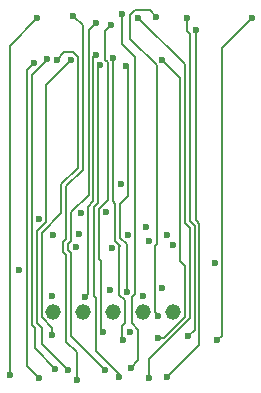
<source format=gbr>
%TF.GenerationSoftware,KiCad,Pcbnew,9.0.6*%
%TF.CreationDate,2026-01-21T19:17:09+09:00*%
%TF.ProjectId,mictorHSMC,6d696374-6f72-4485-934d-432e6b696361,rev?*%
%TF.SameCoordinates,Original*%
%TF.FileFunction,Copper,L2,Inr*%
%TF.FilePolarity,Positive*%
%FSLAX46Y46*%
G04 Gerber Fmt 4.6, Leading zero omitted, Abs format (unit mm)*
G04 Created by KiCad (PCBNEW 9.0.6) date 2026-01-21 19:17:09*
%MOMM*%
%LPD*%
G01*
G04 APERTURE LIST*
%TA.AperFunction,ComponentPad*%
%ADD10C,1.318000*%
%TD*%
%TA.AperFunction,ViaPad*%
%ADD11C,0.600000*%
%TD*%
%TA.AperFunction,Conductor*%
%ADD12C,0.200000*%
%TD*%
G04 APERTURE END LIST*
D10*
%TO.N,GND*%
%TO.C,J1*%
X165160000Y-110000000D03*
X162620000Y-110000000D03*
X160080000Y-110000000D03*
X157540000Y-110000000D03*
X155000000Y-110000000D03*
%TD*%
D11*
%TO.N,HSM_D29*%
X154928200Y-108659400D03*
%TO.N,HSM_D6*%
X163889700Y-110307000D03*
X163733900Y-85037500D03*
%TO.N,HSM_D1*%
X165110100Y-104330800D03*
%TO.N,HSM_D9*%
X162821800Y-102830400D03*
%TO.N,HSM_D2*%
X164620200Y-115506500D03*
X167053500Y-86109400D03*
%TO.N,HSM_D18*%
X158608800Y-85491100D03*
X159395800Y-114861900D03*
%TO.N,HSM_D30*%
X155184300Y-114776100D03*
X154441900Y-88564100D03*
%TO.N,HSM_D25*%
X157207400Y-103392800D03*
%TO.N,HSM_D28*%
X155299000Y-88657500D03*
X154915900Y-111960200D03*
%TO.N,HSM_D33*%
X153793800Y-102123100D03*
%TO.N,HSM_D24*%
X156695000Y-84930900D03*
X157000800Y-115756700D03*
%TO.N,HSM_D31*%
X154984600Y-103435700D03*
%TO.N,HSM_D19*%
X159830200Y-108161200D03*
%TO.N,HSM_D10*%
X161149600Y-89144700D03*
X161208400Y-108315900D03*
X161508600Y-111684700D03*
%TO.N,HSM_D11*%
X162627500Y-108623700D03*
%TO.N,HSM_D15*%
X160717300Y-99167600D03*
%TO.N,HSM_D21*%
X159492200Y-101509600D03*
%TO.N,HSM_D5*%
X164205100Y-107970700D03*
%TO.N,HSM_D34*%
X153780200Y-115563100D03*
X153345900Y-88940300D03*
%TO.N,HSM_D14*%
X160053800Y-88452000D03*
X160933800Y-112359700D03*
%TO.N,HSM_D3*%
X164645300Y-103435700D03*
%TO.N,HSM_D13*%
X161300600Y-103435600D03*
%TO.N,HSM_D35*%
X152107300Y-106416200D03*
%TO.N,HSM_D26*%
X156473800Y-88658700D03*
X156236400Y-114915200D03*
%TO.N,HSM_CLKIN0*%
X168660200Y-105808100D03*
%TO.N,HSM_D32*%
X151325300Y-115357700D03*
X153663000Y-85123700D03*
%TO.N,HSM_D22*%
X160589700Y-115516000D03*
X159001500Y-89103200D03*
%TO.N,HSM_D7*%
X163111700Y-104015300D03*
%TO.N,HSM_CLKOUT0*%
X171819900Y-85123700D03*
X168892100Y-112378500D03*
%TO.N,HSM_D0*%
X166451700Y-112054400D03*
X166332300Y-85123700D03*
%TO.N,HSM_D20*%
X157716200Y-108712900D03*
X158599800Y-88234600D03*
%TO.N,HSM_D17*%
X159969500Y-104614500D03*
%TO.N,HSM_D27*%
X156889800Y-104459200D03*
%TO.N,HSM_D23*%
X157327600Y-101601600D03*
%TO.N,HSM_D4*%
X164185100Y-88683200D03*
X163872100Y-112157800D03*
%TO.N,HSM_D12*%
X161547400Y-114692900D03*
X160825300Y-84783500D03*
%TO.N,HSM_D16*%
X159238700Y-111655700D03*
X159909800Y-85672700D03*
%TO.N,HSM_D8*%
X162223200Y-85064800D03*
X163130000Y-115552700D03*
%TD*%
D12*
%TO.N,HSM_D6*%
X163603400Y-110020700D02*
X163889700Y-110307000D01*
X163603400Y-104374500D02*
X163603400Y-110020700D01*
X163769700Y-104208200D02*
X163603400Y-104374500D01*
X163769700Y-89118600D02*
X163769700Y-104208200D01*
X161523500Y-86872400D02*
X163769700Y-89118600D01*
X161523500Y-84861200D02*
X161523500Y-86872400D01*
X161921700Y-84463000D02*
X161523500Y-84861200D01*
X163159400Y-84463000D02*
X161921700Y-84463000D01*
X163733900Y-85037500D02*
X163159400Y-84463000D01*
%TO.N,HSM_D2*%
X167053500Y-102218700D02*
X167053500Y-86109400D01*
X167136000Y-102301200D02*
X167053500Y-102218700D01*
X167136000Y-102301200D02*
X167053500Y-102218700D01*
X167372900Y-102538100D02*
X167136000Y-102301200D01*
X167372900Y-112753800D02*
X167372900Y-102538100D01*
X164620200Y-115506500D02*
X167372900Y-112753800D01*
%TO.N,HSM_D18*%
X156542500Y-112008600D02*
X159395800Y-114861900D01*
X156542500Y-104997900D02*
X156542500Y-112008600D01*
X156270500Y-104725900D02*
X156542500Y-104997900D01*
X156270500Y-104227700D02*
X156270500Y-104725900D01*
X156542500Y-103955700D02*
X156270500Y-104227700D01*
X156542500Y-101535900D02*
X156542500Y-103955700D01*
X157998000Y-100080400D02*
X156542500Y-101535900D01*
X157998000Y-86101900D02*
X157998000Y-100080400D01*
X158608800Y-85491100D02*
X157998000Y-86101900D01*
%TO.N,HSM_D30*%
X153446800Y-111327200D02*
X153473500Y-111353900D01*
X153446800Y-111327200D02*
X153473500Y-111353900D01*
X154441900Y-88695200D02*
X154441900Y-88564100D01*
X153192100Y-89945000D02*
X154441900Y-88695200D01*
X153192100Y-111072500D02*
X153192100Y-89945000D01*
X153446800Y-111327200D02*
X153192100Y-111072500D01*
X153473500Y-113065300D02*
X153473500Y-111353900D01*
X155184300Y-114776100D02*
X153473500Y-113065300D01*
%TO.N,HSM_D28*%
X155950200Y-88006300D02*
X155299000Y-88657500D01*
X156694300Y-88006300D02*
X155950200Y-88006300D01*
X157080500Y-88392500D02*
X156694300Y-88006300D01*
X157080500Y-97791000D02*
X157080500Y-88392500D01*
X155699000Y-99172500D02*
X157080500Y-97791000D01*
X155699000Y-101636900D02*
X155699000Y-99172500D01*
X154016300Y-103319600D02*
X155699000Y-101636900D01*
X154016300Y-110422700D02*
X154016300Y-103319600D01*
X154915900Y-111322300D02*
X154016300Y-110422700D01*
X154915900Y-111960200D02*
X154915900Y-111322300D01*
%TO.N,HSM_D24*%
X157000800Y-113363300D02*
X157000800Y-115756700D01*
X156127100Y-112489600D02*
X157000800Y-113363300D01*
X156127100Y-105150500D02*
X156127100Y-112489600D01*
X155868800Y-104892200D02*
X156127100Y-105150500D01*
X155868800Y-104061400D02*
X155868800Y-104892200D01*
X156127100Y-103803100D02*
X155868800Y-104061400D01*
X156127100Y-99312500D02*
X156127100Y-103803100D01*
X157488500Y-97951100D02*
X156127100Y-99312500D01*
X157488500Y-85724400D02*
X157488500Y-97951100D01*
X156695000Y-84930900D02*
X157488500Y-85724400D01*
%TO.N,HSM_D10*%
X161319000Y-89314100D02*
X161149600Y-89144700D01*
X161319000Y-100182200D02*
X161319000Y-89314100D01*
X160688900Y-100812300D02*
X161319000Y-100182200D01*
X160688900Y-103685600D02*
X160688900Y-100812300D01*
X161208400Y-104205100D02*
X160688900Y-103685600D01*
X161208400Y-108315900D02*
X161208400Y-104205100D01*
%TO.N,HSM_D34*%
X152754500Y-114537400D02*
X153780200Y-115563100D01*
X152754500Y-89531700D02*
X152754500Y-114537400D01*
X153345900Y-88940300D02*
X152754500Y-89531700D01*
%TO.N,HSM_D14*%
X160472600Y-104237500D02*
X160637400Y-104402300D01*
X160472600Y-104237500D02*
X160637400Y-104402300D01*
X160837800Y-112263700D02*
X160933800Y-112359700D01*
X160837800Y-111174700D02*
X160837800Y-112263700D01*
X161050800Y-110961700D02*
X160837800Y-111174700D01*
X161050800Y-109009100D02*
X161050800Y-110961700D01*
X160606600Y-108564900D02*
X161050800Y-109009100D01*
X160606600Y-104433100D02*
X160606600Y-108564900D01*
X160637400Y-104402300D02*
X160606600Y-104433100D01*
X160053100Y-88452700D02*
X160053800Y-88452000D01*
X160237200Y-104002100D02*
X160472600Y-104237500D01*
X160237200Y-100812000D02*
X160237200Y-104002100D01*
X160053100Y-100627900D02*
X160237200Y-100812000D01*
X160053100Y-88452700D02*
X160053100Y-100627900D01*
%TO.N,HSM_D26*%
X154014800Y-112693600D02*
X156236400Y-114915200D01*
X154014800Y-111327200D02*
X154014800Y-112693600D01*
X153848500Y-111160900D02*
X154014800Y-111327200D01*
X153848500Y-111160900D02*
X154014800Y-111327200D01*
X154395600Y-90736900D02*
X156473800Y-88658700D01*
X154395600Y-102372300D02*
X154395600Y-90736900D01*
X154043100Y-102724800D02*
X154395600Y-102372300D01*
X154041700Y-102724800D02*
X154043100Y-102724800D01*
X153613100Y-103153400D02*
X154041700Y-102724800D01*
X153613100Y-110925500D02*
X153613100Y-103153400D01*
X153848500Y-111160900D02*
X153613100Y-110925500D01*
%TO.N,HSM_D32*%
X151325300Y-87461400D02*
X153663000Y-85123700D01*
X151325300Y-115357700D02*
X151325300Y-87461400D01*
%TO.N,HSM_D22*%
X158817400Y-89103200D02*
X159001500Y-89103200D01*
X159001500Y-89103200D02*
X158817400Y-89103200D01*
X158817400Y-89103200D02*
X159001500Y-89103200D01*
X160589700Y-115204900D02*
X160589700Y-115516000D01*
X158637000Y-113252200D02*
X160589700Y-115204900D01*
X158637000Y-108782500D02*
X158637000Y-113252200D01*
X158488800Y-108634300D02*
X158637000Y-108782500D01*
X158488800Y-101092600D02*
X158488800Y-108634300D01*
X158801400Y-100780000D02*
X158488800Y-101092600D01*
X158801400Y-89119200D02*
X158801400Y-100780000D01*
X158817400Y-89103200D02*
X158801400Y-89119200D01*
%TO.N,HSM_CLKOUT0*%
X169261900Y-87681700D02*
X171819900Y-85123700D01*
X169261900Y-112008700D02*
X169261900Y-87681700D01*
X168892100Y-112378500D02*
X169261900Y-112008700D01*
%TO.N,HSM_D0*%
X166332300Y-86239000D02*
X166332300Y-85123700D01*
X166568000Y-86474700D02*
X166332300Y-86239000D01*
X166568000Y-90595300D02*
X166568000Y-86474700D01*
X166581600Y-90608900D02*
X166568000Y-90595300D01*
X166581600Y-102314800D02*
X166581600Y-90608900D01*
X166734300Y-102467500D02*
X166581600Y-102314800D01*
X166734300Y-102467500D02*
X166581600Y-102314800D01*
X166969700Y-102702900D02*
X166734300Y-102467500D01*
X166969700Y-111536400D02*
X166969700Y-102702900D01*
X166451700Y-112054400D02*
X166969700Y-111536400D01*
%TO.N,HSM_D20*%
X158599800Y-88234600D02*
X158564300Y-88234600D01*
X158564300Y-88234600D02*
X158599800Y-88234600D01*
X157929300Y-108499800D02*
X157716200Y-108712900D01*
X157929300Y-101084100D02*
X157929300Y-108499800D01*
X158399700Y-100613700D02*
X157929300Y-101084100D01*
X158399700Y-88399200D02*
X158399700Y-100613700D01*
X158564300Y-88234600D02*
X158399700Y-88399200D01*
%TO.N,HSM_D4*%
X165711800Y-90209900D02*
X164185100Y-88683200D01*
X165711800Y-105686900D02*
X165711800Y-90209900D01*
X166143500Y-106118600D02*
X165711800Y-105686900D01*
X166143500Y-110377900D02*
X166143500Y-106118600D01*
X164363600Y-112157800D02*
X166143500Y-110377900D01*
X163872100Y-112157800D02*
X164363600Y-112157800D01*
%TO.N,HSM_D12*%
X162165100Y-114075200D02*
X161547400Y-114692900D01*
X162165100Y-111490300D02*
X162165100Y-114075200D01*
X161636400Y-110961600D02*
X162165100Y-111490300D01*
X161636400Y-108738800D02*
X161636400Y-110961600D01*
X161936200Y-108439000D02*
X161636400Y-108738800D01*
X161936200Y-88381700D02*
X161936200Y-108439000D01*
X160825300Y-87270800D02*
X161936200Y-88381700D01*
X160825300Y-84783500D02*
X160825300Y-87270800D01*
%TO.N,HSM_D16*%
X159053800Y-111470800D02*
X159238700Y-111655700D01*
X159053800Y-105636100D02*
X159053800Y-111470800D01*
X158890500Y-105472800D02*
X159053800Y-105636100D01*
X158890500Y-101258900D02*
X158890500Y-105472800D01*
X159604700Y-100544700D02*
X158890500Y-101258900D01*
X159604700Y-88854000D02*
X159604700Y-100544700D01*
X159419300Y-88668600D02*
X159604700Y-88854000D01*
X159419300Y-86163200D02*
X159419300Y-88668600D01*
X159909800Y-85672700D02*
X159419300Y-86163200D01*
%TO.N,HSM_D8*%
X166166300Y-89007900D02*
X162223200Y-85064800D01*
X166166300Y-102467500D02*
X166166300Y-89007900D01*
X166179900Y-102481100D02*
X166166300Y-102467500D01*
X166332600Y-102633800D02*
X166179900Y-102481100D01*
X166332600Y-102633800D02*
X166179900Y-102481100D01*
X166568000Y-102869200D02*
X166332600Y-102633800D01*
X166568000Y-110526200D02*
X166568000Y-102869200D01*
X163130000Y-113964200D02*
X166568000Y-110526200D01*
X163130000Y-115552700D02*
X163130000Y-113964200D01*
%TD*%
M02*

</source>
